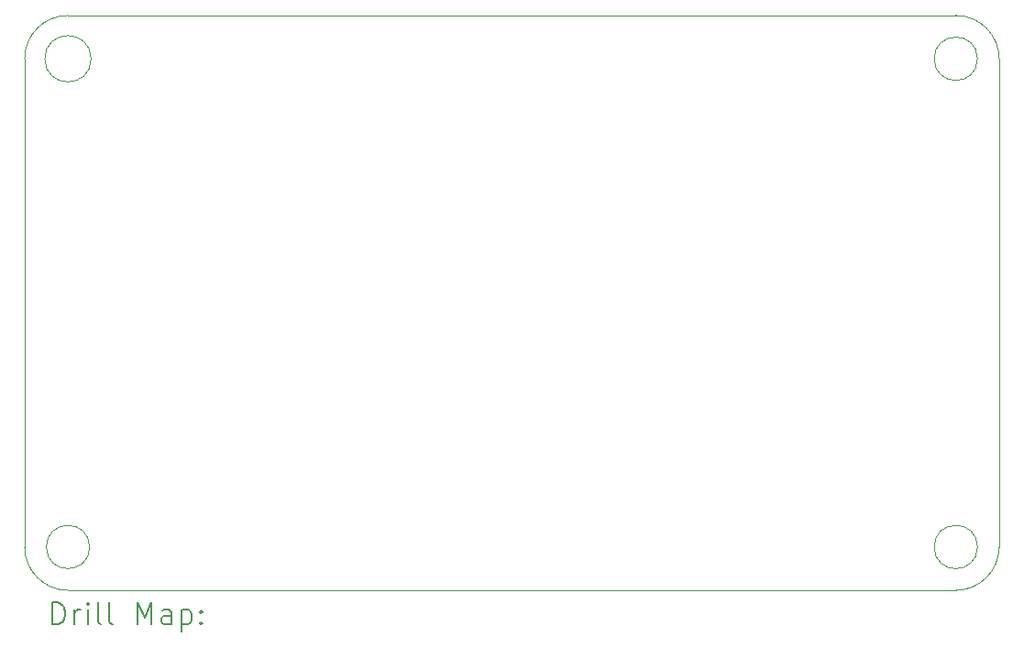
<source format=gbr>
%TF.GenerationSoftware,KiCad,Pcbnew,9.0.3*%
%TF.CreationDate,2025-07-23T14:00:16+06:00*%
%TF.ProjectId,LFRCircuit,4c465243-6972-4637-9569-742e6b696361,rev?*%
%TF.SameCoordinates,Original*%
%TF.FileFunction,Drillmap*%
%TF.FilePolarity,Positive*%
%FSLAX45Y45*%
G04 Gerber Fmt 4.5, Leading zero omitted, Abs format (unit mm)*
G04 Created by KiCad (PCBNEW 9.0.3) date 2025-07-23 14:00:16*
%MOMM*%
%LPD*%
G01*
G04 APERTURE LIST*
%ADD10C,0.050000*%
%ADD11C,0.200000*%
G04 APERTURE END LIST*
D10*
X21150000Y-7450000D02*
G75*
G02*
X21550000Y-7850000I0J-400000D01*
G01*
X12950000Y-12760000D02*
G75*
G02*
X12550000Y-12360000I0J400000D01*
G01*
X21350000Y-7850000D02*
G75*
G02*
X20950000Y-7850000I-200000J0D01*
G01*
X20950000Y-7850000D02*
G75*
G02*
X21350000Y-7850000I200000J0D01*
G01*
X21550000Y-7850000D02*
X21550000Y-12360000D01*
X21550000Y-12360000D02*
G75*
G02*
X21150000Y-12760000I-400000J0D01*
G01*
X13163600Y-7850000D02*
G75*
G02*
X12736400Y-7850000I-213600J0D01*
G01*
X12736400Y-7850000D02*
G75*
G02*
X13163600Y-7850000I213600J0D01*
G01*
X21150000Y-12760000D02*
X12950000Y-12760000D01*
X21350000Y-12360000D02*
G75*
G02*
X20950000Y-12360000I-200000J0D01*
G01*
X20950000Y-12360000D02*
G75*
G02*
X21350000Y-12360000I200000J0D01*
G01*
X12950000Y-7450000D02*
X21150000Y-7450000D01*
X12550000Y-12360000D02*
X12550000Y-7850000D01*
X12550000Y-7850000D02*
G75*
G02*
X12950000Y-7450000I400000J0D01*
G01*
X13150000Y-12360000D02*
G75*
G02*
X12750000Y-12360000I-200000J0D01*
G01*
X12750000Y-12360000D02*
G75*
G02*
X13150000Y-12360000I200000J0D01*
G01*
D11*
X12808277Y-13073984D02*
X12808277Y-12873984D01*
X12808277Y-12873984D02*
X12855896Y-12873984D01*
X12855896Y-12873984D02*
X12884467Y-12883508D01*
X12884467Y-12883508D02*
X12903515Y-12902555D01*
X12903515Y-12902555D02*
X12913039Y-12921603D01*
X12913039Y-12921603D02*
X12922562Y-12959698D01*
X12922562Y-12959698D02*
X12922562Y-12988269D01*
X12922562Y-12988269D02*
X12913039Y-13026365D01*
X12913039Y-13026365D02*
X12903515Y-13045412D01*
X12903515Y-13045412D02*
X12884467Y-13064460D01*
X12884467Y-13064460D02*
X12855896Y-13073984D01*
X12855896Y-13073984D02*
X12808277Y-13073984D01*
X13008277Y-13073984D02*
X13008277Y-12940650D01*
X13008277Y-12978746D02*
X13017801Y-12959698D01*
X13017801Y-12959698D02*
X13027324Y-12950174D01*
X13027324Y-12950174D02*
X13046372Y-12940650D01*
X13046372Y-12940650D02*
X13065420Y-12940650D01*
X13132086Y-13073984D02*
X13132086Y-12940650D01*
X13132086Y-12873984D02*
X13122562Y-12883508D01*
X13122562Y-12883508D02*
X13132086Y-12893031D01*
X13132086Y-12893031D02*
X13141610Y-12883508D01*
X13141610Y-12883508D02*
X13132086Y-12873984D01*
X13132086Y-12873984D02*
X13132086Y-12893031D01*
X13255896Y-13073984D02*
X13236848Y-13064460D01*
X13236848Y-13064460D02*
X13227324Y-13045412D01*
X13227324Y-13045412D02*
X13227324Y-12873984D01*
X13360658Y-13073984D02*
X13341610Y-13064460D01*
X13341610Y-13064460D02*
X13332086Y-13045412D01*
X13332086Y-13045412D02*
X13332086Y-12873984D01*
X13589229Y-13073984D02*
X13589229Y-12873984D01*
X13589229Y-12873984D02*
X13655896Y-13016841D01*
X13655896Y-13016841D02*
X13722562Y-12873984D01*
X13722562Y-12873984D02*
X13722562Y-13073984D01*
X13903515Y-13073984D02*
X13903515Y-12969222D01*
X13903515Y-12969222D02*
X13893991Y-12950174D01*
X13893991Y-12950174D02*
X13874943Y-12940650D01*
X13874943Y-12940650D02*
X13836848Y-12940650D01*
X13836848Y-12940650D02*
X13817801Y-12950174D01*
X13903515Y-13064460D02*
X13884467Y-13073984D01*
X13884467Y-13073984D02*
X13836848Y-13073984D01*
X13836848Y-13073984D02*
X13817801Y-13064460D01*
X13817801Y-13064460D02*
X13808277Y-13045412D01*
X13808277Y-13045412D02*
X13808277Y-13026365D01*
X13808277Y-13026365D02*
X13817801Y-13007317D01*
X13817801Y-13007317D02*
X13836848Y-12997793D01*
X13836848Y-12997793D02*
X13884467Y-12997793D01*
X13884467Y-12997793D02*
X13903515Y-12988269D01*
X13998753Y-12940650D02*
X13998753Y-13140650D01*
X13998753Y-12950174D02*
X14017801Y-12940650D01*
X14017801Y-12940650D02*
X14055896Y-12940650D01*
X14055896Y-12940650D02*
X14074943Y-12950174D01*
X14074943Y-12950174D02*
X14084467Y-12959698D01*
X14084467Y-12959698D02*
X14093991Y-12978746D01*
X14093991Y-12978746D02*
X14093991Y-13035888D01*
X14093991Y-13035888D02*
X14084467Y-13054936D01*
X14084467Y-13054936D02*
X14074943Y-13064460D01*
X14074943Y-13064460D02*
X14055896Y-13073984D01*
X14055896Y-13073984D02*
X14017801Y-13073984D01*
X14017801Y-13073984D02*
X13998753Y-13064460D01*
X14179705Y-13054936D02*
X14189229Y-13064460D01*
X14189229Y-13064460D02*
X14179705Y-13073984D01*
X14179705Y-13073984D02*
X14170182Y-13064460D01*
X14170182Y-13064460D02*
X14179705Y-13054936D01*
X14179705Y-13054936D02*
X14179705Y-13073984D01*
X14179705Y-12950174D02*
X14189229Y-12959698D01*
X14189229Y-12959698D02*
X14179705Y-12969222D01*
X14179705Y-12969222D02*
X14170182Y-12959698D01*
X14170182Y-12959698D02*
X14179705Y-12950174D01*
X14179705Y-12950174D02*
X14179705Y-12969222D01*
M02*

</source>
